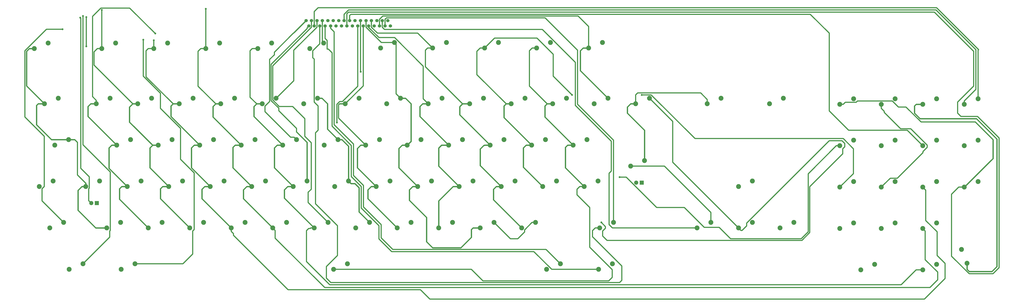
<source format=gbr>
G04 #@! TF.GenerationSoftware,KiCad,Pcbnew,(5.1.0-0)*
G04 #@! TF.CreationDate,2019-03-21T13:00:10+11:00*
G04 #@! TF.ProjectId,A1200KB,41313230-304b-4422-9e6b-696361645f70,rev?*
G04 #@! TF.SameCoordinates,Original*
G04 #@! TF.FileFunction,Copper,L2,Bot*
G04 #@! TF.FilePolarity,Positive*
%FSLAX46Y46*%
G04 Gerber Fmt 4.6, Leading zero omitted, Abs format (unit mm)*
G04 Created by KiCad (PCBNEW (5.1.0-0)) date 2019-03-21 13:00:10*
%MOMM*%
%LPD*%
G04 APERTURE LIST*
%ADD10C,2.250000*%
%ADD11C,1.524000*%
%ADD12C,1.905000*%
%ADD13R,1.905000X1.905000*%
%ADD14C,0.900000*%
%ADD15C,0.500000*%
%ADD16C,0.600000*%
G04 APERTURE END LIST*
D10*
X364758000Y-59944000D03*
X371108000Y-57404000D03*
X403366000Y-76722000D03*
X397016000Y-79262000D03*
X268746000Y-133618000D03*
X262396000Y-136158000D03*
X422416000Y-114822000D03*
X416066000Y-117362000D03*
X150890000Y-59958000D03*
X157240000Y-57418000D03*
D11*
X151952000Y-21624000D03*
X153202000Y-24124000D03*
X154452000Y-21624000D03*
X155702000Y-24124000D03*
X156952000Y-21624000D03*
X158202000Y-24124000D03*
X159452000Y-21624000D03*
X160702000Y-24124000D03*
X161952000Y-21624000D03*
X163202000Y-24124000D03*
X164452000Y-21624000D03*
X165702000Y-24124000D03*
X166952000Y-21624000D03*
X168202000Y-24124000D03*
X169452000Y-21624000D03*
X170702000Y-24124000D03*
X171952000Y-21624000D03*
X173202000Y-24124000D03*
X174452000Y-21624000D03*
X175702000Y-24124000D03*
X176952000Y-21624000D03*
X178202000Y-24124000D03*
X179452000Y-21624000D03*
X180702000Y-24124000D03*
X181952000Y-21624000D03*
X183202000Y-24124000D03*
X184452000Y-21624000D03*
X185702000Y-24124000D03*
X186952000Y-21624000D03*
X188202000Y-24124000D03*
X189452000Y-21624000D03*
X190702000Y-24124000D03*
D10*
X27192000Y-34558000D03*
X33542000Y-32018000D03*
X58180000Y-34558000D03*
X64530000Y-32018000D03*
X82056000Y-34530000D03*
X88406000Y-31990000D03*
X112282000Y-32018000D03*
X105932000Y-34558000D03*
X129808000Y-34530000D03*
X136158000Y-31990000D03*
X160034000Y-31990000D03*
X153684000Y-34530000D03*
X186196000Y-34304000D03*
X192546000Y-31764000D03*
X216422000Y-31764000D03*
X210072000Y-34304000D03*
X233948000Y-34304000D03*
X240298000Y-31764000D03*
X264174000Y-31764000D03*
X257824000Y-34304000D03*
X281700000Y-34304000D03*
X288050000Y-31764000D03*
X38212000Y-57418000D03*
X31862000Y-59958000D03*
X55640000Y-59958000D03*
X61990000Y-57418000D03*
X81040000Y-57418000D03*
X74690000Y-59958000D03*
X93740000Y-59958000D03*
X100090000Y-57418000D03*
X112790000Y-59958000D03*
X119140000Y-57418000D03*
X138190000Y-57418000D03*
X131840000Y-59958000D03*
X176290000Y-57418000D03*
X169940000Y-59958000D03*
X188990000Y-59958000D03*
X195340000Y-57418000D03*
X214390000Y-57418000D03*
X208040000Y-59958000D03*
X227090000Y-59958000D03*
X233440000Y-57418000D03*
X252490000Y-57418000D03*
X246140000Y-59958000D03*
X265190000Y-59958000D03*
X271540000Y-57418000D03*
X290590000Y-57418000D03*
X284240000Y-59958000D03*
X303290000Y-59958000D03*
X309640000Y-57418000D03*
X336162000Y-59944000D03*
X342512000Y-57404000D03*
X397016000Y-60212000D03*
X403366000Y-57672000D03*
X422416000Y-57672000D03*
X416066000Y-60212000D03*
X435116000Y-60212000D03*
X441466000Y-57672000D03*
X460516000Y-57672000D03*
X454166000Y-60212000D03*
X36590000Y-79008000D03*
X42940000Y-76468000D03*
X71388000Y-76468000D03*
X65038000Y-79008000D03*
X84088000Y-79008000D03*
X90438000Y-76468000D03*
X109488000Y-76468000D03*
X103138000Y-79008000D03*
X128538000Y-76468000D03*
X122188000Y-79008000D03*
X141238000Y-79008000D03*
X147588000Y-76468000D03*
X166638000Y-76468000D03*
X160288000Y-79008000D03*
X179338000Y-79008000D03*
X185688000Y-76468000D03*
X204738000Y-76468000D03*
X198388000Y-79008000D03*
X217438000Y-79008000D03*
X223788000Y-76468000D03*
X242838000Y-76468000D03*
X236488000Y-79008000D03*
X255538000Y-79008000D03*
X261888000Y-76468000D03*
X280938000Y-76468000D03*
X274588000Y-79008000D03*
X307354000Y-86120000D03*
X301004000Y-88660000D03*
D12*
X303544000Y-96280000D03*
D13*
X306084000Y-96280000D03*
D10*
X422416000Y-76722000D03*
X416066000Y-79262000D03*
X441466000Y-76722000D03*
X435116000Y-79262000D03*
X460516000Y-76722000D03*
X454166000Y-79262000D03*
X35828000Y-95518000D03*
X29478000Y-98058000D03*
X57164000Y-95518000D03*
X50814000Y-98058000D03*
D12*
X53354000Y-105678000D03*
D13*
X55894000Y-105678000D03*
D10*
X76214000Y-95518000D03*
X69864000Y-98058000D03*
X88914000Y-98058000D03*
X95264000Y-95518000D03*
X107964000Y-98058000D03*
X114314000Y-95518000D03*
X133364000Y-95518000D03*
X127014000Y-98058000D03*
X146064000Y-98058000D03*
X152414000Y-95518000D03*
X171464000Y-95518000D03*
X165114000Y-98058000D03*
X184164000Y-98058000D03*
X190514000Y-95518000D03*
X209564000Y-95518000D03*
X203214000Y-98058000D03*
X222264000Y-98058000D03*
X228614000Y-95518000D03*
X247918000Y-95518000D03*
X241568000Y-98058000D03*
X260618000Y-98058000D03*
X266968000Y-95518000D03*
X279668000Y-98058000D03*
X286018000Y-95518000D03*
X350534000Y-98058000D03*
X356884000Y-95518000D03*
X397016000Y-98312000D03*
X403366000Y-95772000D03*
X416066000Y-98312000D03*
X422416000Y-95772000D03*
X435116000Y-98312000D03*
X441466000Y-95772000D03*
X460516000Y-95772000D03*
X454166000Y-98312000D03*
X34304000Y-117108000D03*
X40654000Y-114568000D03*
X66816000Y-114568000D03*
X60466000Y-117108000D03*
X79516000Y-117108000D03*
X85866000Y-114568000D03*
X98566000Y-117108000D03*
X104916000Y-114568000D03*
X123966000Y-114568000D03*
X117616000Y-117108000D03*
X136666000Y-117108000D03*
X143016000Y-114568000D03*
X162066000Y-114568000D03*
X155716000Y-117108000D03*
X174766000Y-117108000D03*
X181116000Y-114568000D03*
X200166000Y-114568000D03*
X193816000Y-117108000D03*
X238266000Y-114568000D03*
X231916000Y-117108000D03*
X212866000Y-117108000D03*
X219216000Y-114568000D03*
X250966000Y-117108000D03*
X257316000Y-114568000D03*
X286780000Y-117108000D03*
X293130000Y-114568000D03*
X337834000Y-114568000D03*
X331484000Y-117108000D03*
X356884000Y-114568000D03*
X350534000Y-117108000D03*
X369584000Y-117108000D03*
X375934000Y-114568000D03*
X403366000Y-114822000D03*
X397016000Y-117362000D03*
X441466000Y-114822000D03*
X435116000Y-117362000D03*
X452896000Y-127014000D03*
X455436000Y-133364000D03*
X49544000Y-133618000D03*
X43194000Y-136158000D03*
X67070000Y-136158000D03*
X73420000Y-133618000D03*
X164606000Y-136158000D03*
X170956000Y-133618000D03*
X286272000Y-136158000D03*
X292622000Y-133618000D03*
X406668000Y-136412000D03*
X413018000Y-133872000D03*
X435116000Y-136412000D03*
X441466000Y-133872000D03*
D14*
X58166000Y-16764000D03*
X82042000Y-30734000D03*
X105918000Y-16256000D03*
X166116000Y-68580000D03*
X177038000Y-45212000D03*
X295910000Y-93726000D03*
X274066000Y-55880000D03*
X306107001Y-55842999D03*
X82677000Y-27559000D03*
X51054000Y-33528000D03*
X51054000Y-20066000D03*
X287528000Y-114554000D03*
X40132000Y-25654000D03*
X49530000Y-19558000D03*
X77216000Y-30480000D03*
X48260000Y-20320000D03*
D15*
X159452000Y-31408000D02*
X160034000Y-31990000D01*
X159452000Y-21624000D02*
X159452000Y-31408000D01*
D16*
X60466000Y-117108000D02*
X55386000Y-117108000D01*
X55386000Y-117108000D02*
X47244000Y-108966000D01*
X47244000Y-108966000D02*
X47244000Y-99822000D01*
X49008000Y-98058000D02*
X50814000Y-98058000D01*
X47244000Y-99822000D02*
X49008000Y-98058000D01*
X45720000Y-76454000D02*
X45706000Y-76468000D01*
X45706000Y-76468000D02*
X42940000Y-76468000D01*
X50814000Y-96467010D02*
X48260000Y-93913010D01*
X50814000Y-98058000D02*
X50814000Y-96467010D01*
X42940000Y-76468000D02*
X35066000Y-76468000D01*
X35066000Y-76468000D02*
X28194000Y-69596000D01*
X28194000Y-69596000D02*
X28194000Y-60706000D01*
X28942000Y-59958000D02*
X31862000Y-59958000D01*
X28194000Y-60706000D02*
X28942000Y-59958000D01*
X25601010Y-34558000D02*
X25587010Y-34544000D01*
X27192000Y-34558000D02*
X25601010Y-34558000D01*
X25587010Y-34544000D02*
X24892000Y-34544000D01*
X24892000Y-34544000D02*
X23622000Y-35814000D01*
X23622000Y-51718000D02*
X31862000Y-59958000D01*
X23622000Y-35814000D02*
X23622000Y-51718000D01*
D15*
X454166000Y-58621010D02*
X459486000Y-53301010D01*
X454166000Y-60212000D02*
X454166000Y-58621010D01*
X459486000Y-53301010D02*
X459486000Y-35052000D01*
X459486000Y-35052000D02*
X441198000Y-16764000D01*
X441198000Y-16764000D02*
X171450000Y-16764000D01*
X169452000Y-18762000D02*
X169452000Y-21624000D01*
X171450000Y-16764000D02*
X169452000Y-18762000D01*
X45706000Y-76468000D02*
X45734000Y-76468000D01*
X45734000Y-76468000D02*
X46990000Y-77724000D01*
X46990000Y-92643010D02*
X48260000Y-93913010D01*
X46990000Y-77724000D02*
X46990000Y-92643010D01*
D16*
X88914000Y-98058000D02*
X86092000Y-98058000D01*
X86092000Y-98058000D02*
X85090000Y-99060000D01*
X85090000Y-103632000D02*
X98566000Y-117108000D01*
X85090000Y-99060000D02*
X85090000Y-103632000D01*
X84088000Y-79008000D02*
X81520000Y-79008000D01*
X81520000Y-79008000D02*
X80264000Y-80264000D01*
X80264000Y-89408000D02*
X88914000Y-98058000D01*
X80264000Y-80264000D02*
X80264000Y-89408000D01*
X72044999Y-69532999D02*
X81520000Y-79008000D01*
X74690000Y-59958000D02*
X72376000Y-59958000D01*
X72376000Y-59958000D02*
X70866000Y-61468000D01*
X70866000Y-68354000D02*
X72044999Y-69532999D01*
X70866000Y-61468000D02*
X70866000Y-68354000D01*
D15*
X72376000Y-59958000D02*
X72376000Y-59930000D01*
X72376000Y-59930000D02*
X54610000Y-42164000D01*
X54610000Y-42164000D02*
X54610000Y-36068000D01*
X56120000Y-34558000D02*
X58180000Y-34558000D01*
X54610000Y-36068000D02*
X56120000Y-34558000D01*
X392176000Y-63246000D02*
X401066000Y-72136000D01*
X427990000Y-72136000D02*
X435116000Y-79262000D01*
X401066000Y-72136000D02*
X427990000Y-72136000D01*
X392176000Y-27432000D02*
X392176000Y-63246000D01*
X383493990Y-18749990D02*
X392176000Y-27432000D01*
X172512010Y-18749990D02*
X383493990Y-18749990D01*
X171952000Y-21624000D02*
X171952000Y-20546370D01*
X171958000Y-19304000D02*
X172512010Y-18749990D01*
X171958000Y-20540370D02*
X171958000Y-19304000D01*
X171952000Y-20546370D02*
X171958000Y-20540370D01*
X58166000Y-34544000D02*
X58180000Y-34558000D01*
X58166000Y-16764000D02*
X58166000Y-34544000D01*
D16*
X93740000Y-59958000D02*
X90918000Y-59958000D01*
X90918000Y-59958000D02*
X89916000Y-60960000D01*
X89916000Y-65786000D02*
X103138000Y-79008000D01*
X89916000Y-60960000D02*
X89916000Y-65786000D01*
X101547010Y-79008000D02*
X101533010Y-78994000D01*
X103138000Y-79008000D02*
X101547010Y-79008000D01*
X101533010Y-78994000D02*
X100584000Y-78994000D01*
X100584000Y-78994000D02*
X99314000Y-80264000D01*
X99314000Y-89408000D02*
X107964000Y-98058000D01*
X99314000Y-80264000D02*
X99314000Y-89408000D01*
X107964000Y-98058000D02*
X105396000Y-98058000D01*
X105396000Y-98058000D02*
X104140000Y-99314000D01*
X104140000Y-103632000D02*
X117616000Y-117108000D01*
X104140000Y-99314000D02*
X104140000Y-103632000D01*
D15*
X82056000Y-34530000D02*
X79516000Y-34530000D01*
X79516000Y-34530000D02*
X78486000Y-35560000D01*
X78486000Y-47526000D02*
X90918000Y-59958000D01*
X78486000Y-35560000D02*
X78486000Y-47526000D01*
X436482099Y-99678099D02*
X436240999Y-99436999D01*
X436482099Y-113648099D02*
X436482099Y-99678099D01*
X208788000Y-149860000D02*
X435864000Y-149860000D01*
X445331001Y-133419001D02*
X441706000Y-129794000D01*
X435864000Y-149860000D02*
X445331001Y-140392999D01*
X204470000Y-145542000D02*
X208788000Y-149860000D01*
X118618000Y-119700990D02*
X118618000Y-120456974D01*
X143703026Y-145542000D02*
X204470000Y-145542000D01*
X441706000Y-129794000D02*
X441706000Y-118872000D01*
X118618000Y-120456974D02*
X143703026Y-145542000D01*
X436240999Y-99436999D02*
X435116000Y-98312000D01*
X117616000Y-118698990D02*
X118618000Y-119700990D01*
X441706000Y-118872000D02*
X436482099Y-113648099D01*
X445331001Y-140392999D02*
X445331001Y-133419001D01*
X117616000Y-117108000D02*
X117616000Y-118698990D01*
X82042000Y-34516000D02*
X82056000Y-34530000D01*
X82042000Y-30734000D02*
X82042000Y-34516000D01*
D16*
X112790000Y-59958000D02*
X110476000Y-59958000D01*
X110476000Y-59958000D02*
X109220000Y-61214000D01*
X109220000Y-66040000D02*
X122188000Y-79008000D01*
X109220000Y-61214000D02*
X109220000Y-66040000D01*
X122188000Y-79008000D02*
X119366000Y-79008000D01*
X119366000Y-79008000D02*
X118364000Y-80010000D01*
X118364000Y-89408000D02*
X127014000Y-98058000D01*
X118364000Y-80010000D02*
X118364000Y-89408000D01*
X127014000Y-98058000D02*
X124700000Y-98058000D01*
X124700000Y-98058000D02*
X123190000Y-99568000D01*
X123190000Y-103632000D02*
X136666000Y-117108000D01*
X123190000Y-99568000D02*
X123190000Y-103632000D01*
D15*
X102362000Y-51844000D02*
X110476000Y-59958000D01*
X102362000Y-35814000D02*
X102362000Y-51844000D01*
X103618000Y-34558000D02*
X102362000Y-35814000D01*
X105932000Y-34558000D02*
X103618000Y-34558000D01*
X137790999Y-118232999D02*
X136666000Y-117108000D01*
X137790999Y-121788999D02*
X137790999Y-118232999D01*
X160528000Y-144526000D02*
X137790999Y-121788999D01*
X160544901Y-144509099D02*
X160528000Y-144526000D01*
X441960000Y-140970000D02*
X438420901Y-144509099D01*
X438420901Y-144509099D02*
X160544901Y-144509099D01*
X435116000Y-117362000D02*
X436240999Y-118486999D01*
X441960000Y-137414000D02*
X441960000Y-140970000D01*
X436240999Y-131694999D02*
X441960000Y-137414000D01*
X436240999Y-118486999D02*
X436240999Y-131694999D01*
X105918000Y-34544000D02*
X105932000Y-34558000D01*
X105918000Y-16256000D02*
X105918000Y-34544000D01*
D16*
X131840000Y-59958000D02*
X129272000Y-59958000D01*
X129272000Y-59958000D02*
X128016000Y-61214000D01*
X128016000Y-65786000D02*
X141238000Y-79008000D01*
X128016000Y-61214000D02*
X128016000Y-65786000D01*
X141238000Y-79008000D02*
X138670000Y-79008000D01*
X138670000Y-79008000D02*
X137414000Y-80264000D01*
X137414000Y-89408000D02*
X146064000Y-98058000D01*
X137414000Y-80264000D02*
X137414000Y-89408000D01*
X146064000Y-98058000D02*
X143496000Y-98058000D01*
X143496000Y-98058000D02*
X141986000Y-99568000D01*
X141986000Y-103378000D02*
X155716000Y-117108000D01*
X141986000Y-99568000D02*
X141986000Y-103378000D01*
D15*
X129808000Y-34530000D02*
X127268000Y-34530000D01*
X127268000Y-34530000D02*
X126238000Y-35560000D01*
X126238000Y-56924000D02*
X129272000Y-59958000D01*
X126238000Y-35560000D02*
X126238000Y-56924000D01*
X154125010Y-117108000D02*
X153885010Y-117348000D01*
X155716000Y-117108000D02*
X154125010Y-117108000D01*
X153885010Y-117348000D02*
X153162000Y-117348000D01*
X153162000Y-117348000D02*
X152146000Y-118364000D01*
X152146000Y-118364000D02*
X152146000Y-132588000D01*
X152146000Y-132588000D02*
X162814000Y-143256000D01*
X162814000Y-143256000D02*
X425196000Y-143256000D01*
X432040000Y-136412000D02*
X435116000Y-136412000D01*
X425196000Y-143256000D02*
X432040000Y-136412000D01*
X175702000Y-51864998D02*
X168638998Y-58928000D01*
X175702000Y-24124000D02*
X175702000Y-51864998D01*
X167341326Y-58928000D02*
X166116000Y-60153326D01*
X168638998Y-58928000D02*
X167341326Y-58928000D01*
X166116000Y-60153326D02*
X166116000Y-68580000D01*
X166116000Y-68580000D02*
X166116000Y-68580000D01*
D16*
X157240000Y-57418000D02*
X159272000Y-57418000D01*
X159272000Y-57418000D02*
X161798000Y-59944000D01*
X161798000Y-71628000D02*
X166638000Y-76468000D01*
X161798000Y-59944000D02*
X161798000Y-71628000D01*
X166638000Y-76468000D02*
X168416000Y-76468000D01*
X171464000Y-79516000D02*
X171464000Y-95518000D01*
X168416000Y-76468000D02*
X171464000Y-79516000D01*
X172588999Y-96642999D02*
X174366999Y-96642999D01*
X171464000Y-95518000D02*
X172588999Y-96642999D01*
X174366999Y-96642999D02*
X176276000Y-98552000D01*
X176276000Y-109728000D02*
X181116000Y-114568000D01*
X176276000Y-98552000D02*
X176276000Y-109728000D01*
D15*
X176952000Y-45126000D02*
X177038000Y-45212000D01*
X176952000Y-21624000D02*
X176952000Y-45126000D01*
D16*
X195340000Y-57418000D02*
X197626000Y-57418000D01*
X197626000Y-57418000D02*
X200152000Y-59944000D01*
X200152000Y-77244000D02*
X198388000Y-79008000D01*
X200152000Y-59944000D02*
X200152000Y-77244000D01*
X198388000Y-79008000D02*
X196074000Y-79008000D01*
X196074000Y-79008000D02*
X194564000Y-80518000D01*
X194564000Y-89408000D02*
X203214000Y-98058000D01*
X194564000Y-80518000D02*
X194564000Y-89408000D01*
X201623010Y-98058000D02*
X201609010Y-98044000D01*
X203214000Y-98058000D02*
X201623010Y-98058000D01*
X201609010Y-98044000D02*
X200914000Y-98044000D01*
X200914000Y-98044000D02*
X199390000Y-99568000D01*
X199390000Y-99568000D02*
X199390000Y-104394000D01*
X199390000Y-104394000D02*
X207264000Y-112268000D01*
X207264000Y-112268000D02*
X207264000Y-123444000D01*
X207264000Y-123444000D02*
X210058000Y-126238000D01*
X210058000Y-126238000D02*
X223012000Y-126238000D01*
X223012000Y-126238000D02*
X227838000Y-121412000D01*
X227838000Y-121412000D02*
X227838000Y-117856000D01*
X228586000Y-117108000D02*
X231916000Y-117108000D01*
X227838000Y-117856000D02*
X228586000Y-117108000D01*
D15*
X193294000Y-55372000D02*
X195340000Y-57418000D01*
X193294000Y-32512000D02*
X193294000Y-55372000D01*
X192546000Y-31764000D02*
X193294000Y-32512000D01*
X190955010Y-31764000D02*
X192546000Y-31764000D01*
X186548238Y-31764000D02*
X190955010Y-31764000D01*
X179452000Y-24667762D02*
X186548238Y-31764000D01*
X179452000Y-21624000D02*
X179452000Y-24667762D01*
D16*
X227090000Y-59958000D02*
X223788000Y-59958000D01*
X223788000Y-59958000D02*
X222504000Y-61242000D01*
X222504000Y-65024000D02*
X236488000Y-79008000D01*
X222504000Y-61242000D02*
X222504000Y-65024000D01*
X231902000Y-80772000D02*
X231902000Y-88392000D01*
X233588999Y-79085001D02*
X231902000Y-80772000D01*
X233842999Y-79085001D02*
X233588999Y-79085001D01*
X234897010Y-79008000D02*
X234883010Y-78994000D01*
X233934000Y-78994000D02*
X233842999Y-79085001D01*
X231902000Y-88392000D02*
X241568000Y-98058000D01*
X234883010Y-78994000D02*
X233934000Y-78994000D01*
X236488000Y-79008000D02*
X234897010Y-79008000D01*
X241568000Y-98058000D02*
X239254000Y-98058000D01*
X239254000Y-98058000D02*
X237998000Y-99314000D01*
X237998000Y-104140000D02*
X250966000Y-117108000D01*
X237998000Y-99314000D02*
X237998000Y-104140000D01*
D15*
X210072000Y-34304000D02*
X207758000Y-34304000D01*
X207758000Y-34304000D02*
X206756000Y-35306000D01*
X206756000Y-42926000D02*
X223788000Y-59958000D01*
X206756000Y-35306000D02*
X206756000Y-42926000D01*
X181952000Y-24667762D02*
X184716238Y-27432000D01*
X181952000Y-21624000D02*
X181952000Y-24667762D01*
X203200000Y-27432000D02*
X210072000Y-34304000D01*
X184716238Y-27432000D02*
X203200000Y-27432000D01*
X395425010Y-79262000D02*
X382524000Y-92163010D01*
X397016000Y-79262000D02*
X395425010Y-79262000D01*
X382524000Y-92163010D02*
X382524000Y-117856000D01*
X382524000Y-117856000D02*
X382524000Y-118872000D01*
X379304099Y-122091901D02*
X346881901Y-122091901D01*
X382524000Y-118872000D02*
X379304099Y-122091901D01*
X346881901Y-122091901D02*
X341630000Y-116840000D01*
X341630000Y-116840000D02*
X334772000Y-116840000D01*
X334772000Y-116840000D02*
X325628000Y-107696000D01*
X312884298Y-107696000D02*
X298914298Y-93726000D01*
X325628000Y-107696000D02*
X312884298Y-107696000D01*
X298914298Y-93726000D02*
X295910000Y-93726000D01*
X295910000Y-93726000D02*
X295910000Y-93726000D01*
D16*
X246140000Y-59958000D02*
X243826000Y-59958000D01*
X243826000Y-59958000D02*
X242824000Y-60960000D01*
X242824000Y-66294000D02*
X255538000Y-79008000D01*
X242824000Y-60960000D02*
X242824000Y-66294000D01*
X251714000Y-89154000D02*
X260618000Y-98058000D01*
X252984000Y-78994000D02*
X251714000Y-80264000D01*
X251714000Y-80264000D02*
X251714000Y-89154000D01*
X253933010Y-78994000D02*
X252984000Y-78994000D01*
X253947010Y-79008000D02*
X253933010Y-78994000D01*
X255538000Y-79008000D02*
X253947010Y-79008000D01*
D15*
X232357010Y-34304000D02*
X232343010Y-34290000D01*
X233948000Y-34304000D02*
X232357010Y-34304000D01*
X232343010Y-34290000D02*
X231902000Y-34290000D01*
X231902000Y-34290000D02*
X230378000Y-35814000D01*
X230378000Y-46510000D02*
X243826000Y-59958000D01*
X230378000Y-35814000D02*
X230378000Y-46510000D01*
X233948000Y-34304000D02*
X238534000Y-29718000D01*
X265388999Y-37138025D02*
X265388999Y-47202999D01*
X257968974Y-29718000D02*
X265388999Y-37138025D01*
X238534000Y-29718000D02*
X257968974Y-29718000D01*
X265388999Y-47202999D02*
X274066000Y-55880000D01*
X274066000Y-55880000D02*
X274066000Y-55880000D01*
X308826999Y-55842999D02*
X306107001Y-55842999D01*
X308826999Y-55842999D02*
X308393001Y-55842999D01*
X306107001Y-55842999D02*
X306107001Y-55842999D01*
X403269901Y-80628927D02*
X403269901Y-92058099D01*
X398586974Y-75946000D02*
X403269901Y-80628927D01*
X403269901Y-92058099D02*
X397016000Y-98312000D01*
X330499002Y-75946000D02*
X398586974Y-75946000D01*
X310396001Y-55842999D02*
X330499002Y-75946000D01*
X308826999Y-55842999D02*
X310396001Y-55842999D01*
D16*
X263599010Y-59958000D02*
X263585010Y-59944000D01*
X265190000Y-59958000D02*
X263599010Y-59958000D01*
X263585010Y-59944000D02*
X262636000Y-59944000D01*
X262636000Y-59944000D02*
X261620000Y-60960000D01*
X261620000Y-66040000D02*
X274588000Y-79008000D01*
X261620000Y-60960000D02*
X261620000Y-66040000D01*
X272997010Y-79008000D02*
X272983010Y-78994000D01*
X274588000Y-79008000D02*
X272997010Y-79008000D01*
X272983010Y-78994000D02*
X272034000Y-78994000D01*
X272034000Y-78994000D02*
X271018000Y-80010000D01*
X271018000Y-89408000D02*
X279668000Y-98058000D01*
X271018000Y-80010000D02*
X271018000Y-89408000D01*
D15*
X254508000Y-51816000D02*
X262636000Y-59944000D01*
X256219010Y-34290000D02*
X255778000Y-34290000D01*
X256233010Y-34304000D02*
X256219010Y-34290000D01*
X254508000Y-35560000D02*
X254508000Y-51816000D01*
X255778000Y-34290000D02*
X254508000Y-35560000D01*
X257824000Y-34304000D02*
X256233010Y-34304000D01*
X233172000Y-141478000D02*
X290918974Y-141478000D01*
X282194000Y-107696000D02*
X276352000Y-101854000D01*
X277608000Y-98058000D02*
X279668000Y-98058000D01*
X276352000Y-101854000D02*
X276352000Y-99314000D01*
X282194000Y-125984000D02*
X282194000Y-107696000D01*
X276352000Y-99314000D02*
X277608000Y-98058000D01*
X292525901Y-136315901D02*
X282194000Y-125984000D01*
X290918974Y-141478000D02*
X292525901Y-139871073D01*
X227838000Y-136144000D02*
X233172000Y-141478000D01*
X227824000Y-136158000D02*
X227838000Y-136144000D01*
X292525901Y-139871073D02*
X292525901Y-136315901D01*
X164606000Y-136158000D02*
X227824000Y-136158000D01*
D16*
X303290000Y-59958000D02*
X300976000Y-59958000D01*
X300976000Y-59958000D02*
X299466000Y-61468000D01*
X299466000Y-61468000D02*
X299466000Y-64262000D01*
X307354000Y-72150000D02*
X307354000Y-86120000D01*
X299466000Y-64262000D02*
X307354000Y-72150000D01*
X280109010Y-34304000D02*
X280095010Y-34290000D01*
X281700000Y-34304000D02*
X280109010Y-34304000D01*
X280095010Y-34290000D02*
X279146000Y-34290000D01*
X279146000Y-34290000D02*
X277876000Y-35560000D01*
X277876000Y-44704000D02*
X290590000Y-57418000D01*
X277876000Y-35560000D02*
X277876000Y-44704000D01*
D15*
X185702000Y-21054000D02*
X185702000Y-24124000D01*
X187198000Y-19558000D02*
X185702000Y-21054000D01*
X281686000Y-24384000D02*
X276860000Y-19558000D01*
X276860000Y-19558000D02*
X187198000Y-19558000D01*
X281686000Y-32699010D02*
X281686000Y-24384000D01*
X281700000Y-32713010D02*
X281686000Y-32699010D01*
X281700000Y-34304000D02*
X281700000Y-32713010D01*
X336162000Y-57935996D02*
X336162000Y-59944000D01*
X333169002Y-54942998D02*
X336162000Y-57935996D01*
X304213002Y-54942998D02*
X333169002Y-54942998D01*
X303276000Y-55880000D02*
X304213002Y-54942998D01*
X303276000Y-57313998D02*
X303276000Y-55880000D01*
X303290000Y-57327998D02*
X303276000Y-57313998D01*
X303290000Y-59958000D02*
X303290000Y-57327998D01*
X186952000Y-24667762D02*
X187960000Y-25675762D01*
X186952000Y-21624000D02*
X186952000Y-24667762D01*
X260416764Y-25675762D02*
X275590000Y-40848998D01*
X187960000Y-25675762D02*
X260416764Y-25675762D01*
X275590000Y-40848998D02*
X275590000Y-60706000D01*
X275590000Y-60706000D02*
X292100000Y-77216000D01*
X292100000Y-90932000D02*
X291084000Y-91948000D01*
X291084000Y-91948000D02*
X291084000Y-115570000D01*
X292100000Y-77216000D02*
X292100000Y-90932000D01*
X292622000Y-117108000D02*
X331484000Y-117108000D01*
X291084000Y-115570000D02*
X292622000Y-117108000D01*
X293130000Y-78500000D02*
X293130000Y-114568000D01*
X293130000Y-76676998D02*
X293130000Y-78500000D01*
X276606000Y-60152998D02*
X293130000Y-76676998D01*
X276606000Y-35306000D02*
X276606000Y-60152998D01*
X261711999Y-20411999D02*
X276606000Y-35306000D01*
X188884001Y-20411999D02*
X261711999Y-20411999D01*
X188202000Y-21094000D02*
X188884001Y-20411999D01*
X188202000Y-24124000D02*
X188202000Y-21094000D01*
X158202000Y-24124000D02*
X158202000Y-24678000D01*
X155050099Y-38718099D02*
X155050099Y-35494903D01*
X156279001Y-73336999D02*
X157480000Y-72136000D01*
X158202000Y-32343002D02*
X158202000Y-25201630D01*
X156279001Y-105987001D02*
X156279001Y-73336999D01*
X295910000Y-142240000D02*
X163322000Y-142240000D01*
X155050099Y-35494903D02*
X158202000Y-32343002D01*
X161290000Y-134874000D02*
X166370000Y-129794000D01*
X155664999Y-59144999D02*
X155664999Y-39332999D01*
X296926000Y-141224000D02*
X295910000Y-142240000D01*
X157480000Y-60960000D02*
X155664999Y-59144999D01*
X163322000Y-142240000D02*
X161290000Y-140208000D01*
X283464000Y-121158000D02*
X296926000Y-134620000D01*
X296926000Y-134620000D02*
X296926000Y-141224000D01*
X155664999Y-39332999D02*
X155050099Y-38718099D01*
X166370000Y-116078000D02*
X156279001Y-105987001D01*
X166370000Y-129794000D02*
X166370000Y-116078000D01*
X157480000Y-72136000D02*
X157480000Y-60960000D01*
X286780000Y-117108000D02*
X284720000Y-117108000D01*
X283464000Y-118364000D02*
X283464000Y-121158000D01*
X161290000Y-140208000D02*
X161290000Y-134874000D01*
X158202000Y-25201630D02*
X158202000Y-24124000D01*
X284720000Y-117108000D02*
X283464000Y-118364000D01*
X156952000Y-24667762D02*
X146304000Y-35315762D01*
X156952000Y-21624000D02*
X156952000Y-24667762D01*
X146304000Y-49304000D02*
X138176000Y-57432000D01*
X146304000Y-35315762D02*
X146304000Y-49304000D01*
D16*
X467360000Y-85118000D02*
X454166000Y-98312000D01*
X467360000Y-76454000D02*
X467360000Y-85118000D01*
X459232000Y-68326000D02*
X467360000Y-76454000D01*
X55640000Y-59958000D02*
X53072000Y-59958000D01*
X53072000Y-59958000D02*
X51816000Y-61214000D01*
X51816000Y-65786000D02*
X65038000Y-79008000D01*
X51816000Y-61214000D02*
X51816000Y-65786000D01*
X61468000Y-89662000D02*
X69864000Y-98058000D01*
X63433010Y-78994000D02*
X62738000Y-78994000D01*
X62738000Y-78994000D02*
X61468000Y-80264000D01*
X63447010Y-79008000D02*
X63433010Y-78994000D01*
X61468000Y-80264000D02*
X61468000Y-89662000D01*
X65038000Y-79008000D02*
X63447010Y-79008000D01*
X68273010Y-98058000D02*
X68259010Y-98044000D01*
X69864000Y-98058000D02*
X68273010Y-98058000D01*
X68259010Y-98044000D02*
X67310000Y-98044000D01*
X67310000Y-98044000D02*
X66294000Y-99060000D01*
X66294000Y-103886000D02*
X79516000Y-117108000D01*
X66294000Y-99060000D02*
X66294000Y-103886000D01*
D15*
X451598000Y-98312000D02*
X454166000Y-98312000D01*
X456393326Y-138176000D02*
X448310000Y-130092674D01*
X467360000Y-138176000D02*
X456393326Y-138176000D01*
X470154000Y-135382000D02*
X467360000Y-138176000D01*
X451104000Y-64262000D02*
X452628000Y-65786000D01*
X452628000Y-65786000D02*
X460248000Y-65786000D01*
X451104000Y-59182000D02*
X451104000Y-64262000D01*
X171450000Y-17780000D02*
X440436000Y-17780000D01*
X170702000Y-18528000D02*
X171450000Y-17780000D01*
X460248000Y-65786000D02*
X470154000Y-75692000D01*
X448310000Y-101600000D02*
X451598000Y-98312000D01*
X470154000Y-75692000D02*
X470154000Y-135382000D01*
X458470000Y-35814000D02*
X458470000Y-51816000D01*
X448310000Y-130092674D02*
X448310000Y-101600000D01*
X440436000Y-17780000D02*
X458470000Y-35814000D01*
X458470000Y-51816000D02*
X451104000Y-59182000D01*
X170702000Y-24124000D02*
X170702000Y-18528000D01*
X399571989Y-59247001D02*
X404556999Y-59247001D01*
X398606990Y-60212000D02*
X399571989Y-59247001D01*
X397016000Y-60212000D02*
X398606990Y-60212000D01*
X434295326Y-68326000D02*
X459232000Y-68326000D01*
X427396325Y-61426999D02*
X434295326Y-68326000D01*
X423884999Y-61426999D02*
X427396325Y-61426999D01*
X421094999Y-58636999D02*
X423884999Y-61426999D01*
X405167001Y-58636999D02*
X421094999Y-58636999D01*
X404556999Y-59247001D02*
X405167001Y-58636999D01*
X57733999Y-15863999D02*
X70981999Y-15863999D01*
X53909990Y-56637000D02*
X53909990Y-19688008D01*
X53909990Y-19688008D02*
X57733999Y-15863999D01*
X55640000Y-58367010D02*
X53909990Y-56637000D01*
X55640000Y-59958000D02*
X55640000Y-58367010D01*
X70981999Y-15863999D02*
X82677000Y-27559000D01*
X82677000Y-27559000D02*
X82804000Y-27686000D01*
D16*
X168349010Y-59958000D02*
X168335010Y-59944000D01*
X169940000Y-59958000D02*
X168349010Y-59958000D01*
X168335010Y-59944000D02*
X167386000Y-59944000D01*
X179338000Y-79008000D02*
X177024000Y-79008000D01*
X177024000Y-79008000D02*
X175514000Y-80518000D01*
X175514000Y-89408000D02*
X184164000Y-98058000D01*
X175514000Y-80518000D02*
X175514000Y-89408000D01*
X184164000Y-98058000D02*
X181850000Y-98058000D01*
X181850000Y-98058000D02*
X180340000Y-99568000D01*
X180340000Y-103632000D02*
X193816000Y-117108000D01*
X180340000Y-99568000D02*
X180340000Y-103632000D01*
D15*
X178202000Y-51696000D02*
X169940000Y-59958000D01*
X178202000Y-24124000D02*
X178202000Y-51696000D01*
X417190999Y-97187001D02*
X416066000Y-98312000D01*
X420181001Y-94196999D02*
X417190999Y-97187001D01*
X423412003Y-94196999D02*
X420181001Y-94196999D01*
X435171001Y-82438001D02*
X423412003Y-94196999D01*
X437134000Y-79977026D02*
X435171001Y-81940025D01*
X437134000Y-78948998D02*
X437134000Y-79977026D01*
X429620992Y-71435990D02*
X437134000Y-78948998D01*
X417432099Y-63925073D02*
X424943016Y-71435990D01*
X435171001Y-81940025D02*
X435171001Y-82438001D01*
X417432099Y-63427097D02*
X417432099Y-63925073D01*
X416066000Y-62060998D02*
X417432099Y-63427097D01*
X424943016Y-71435990D02*
X429620992Y-71435990D01*
X416066000Y-60212000D02*
X416066000Y-62060998D01*
X167386000Y-59944000D02*
X166878000Y-60452000D01*
X166878000Y-66548000D02*
X179338000Y-79008000D01*
X166878000Y-60452000D02*
X166878000Y-66548000D01*
X177292000Y-107950000D02*
X177292000Y-98044000D01*
X177292000Y-98044000D02*
X172720000Y-93472000D01*
X161609001Y-34732999D02*
X161609001Y-30799001D01*
X162198001Y-34732999D02*
X161609001Y-34732999D01*
X185420000Y-116078000D02*
X177292000Y-107950000D01*
X256540000Y-127970998D02*
X191216998Y-127970998D01*
X163899001Y-36433999D02*
X162198001Y-34732999D01*
X191216998Y-127970998D02*
X185420000Y-122174000D01*
X160702000Y-29892000D02*
X160702000Y-24124000D01*
X163899001Y-70288999D02*
X163899001Y-36433999D01*
X161609001Y-30799001D02*
X160702000Y-29892000D01*
X172720000Y-79109998D02*
X163899001Y-70288999D01*
X185420000Y-122174000D02*
X185420000Y-116078000D01*
X172720000Y-93472000D02*
X172720000Y-79109998D01*
X264727002Y-136158000D02*
X256540000Y-127970998D01*
X286272000Y-136158000D02*
X264727002Y-136158000D01*
D16*
X151952000Y-21624000D02*
X146144000Y-27432000D01*
D15*
X337834000Y-114568000D02*
X337834000Y-109996000D01*
X316498000Y-88660000D02*
X301004000Y-88660000D01*
X337834000Y-109996000D02*
X316498000Y-88660000D01*
X135214979Y-39537021D02*
X137372999Y-37379001D01*
X135214979Y-58914023D02*
X135214979Y-39537021D01*
X133096000Y-61033002D02*
X135214979Y-58914023D01*
X133096000Y-63560974D02*
X133096000Y-61033002D01*
X137372999Y-36203001D02*
X146144000Y-27432000D01*
X144878027Y-75343001D02*
X133096000Y-63560974D01*
X146463001Y-75343001D02*
X144878027Y-75343001D01*
X137372999Y-37379001D02*
X137372999Y-36203001D01*
X147588000Y-76468000D02*
X146463001Y-75343001D01*
X163202000Y-25201630D02*
X164846000Y-26845630D01*
X163202000Y-24124000D02*
X163202000Y-25201630D01*
X164846000Y-26845630D02*
X164846000Y-69596000D01*
X164846000Y-69596000D02*
X173736000Y-78486000D01*
X173736000Y-78486000D02*
X173736000Y-92964000D01*
X173736000Y-92964000D02*
X178308000Y-97536000D01*
X178308000Y-97536000D02*
X178308000Y-102660674D01*
X178308000Y-102660674D02*
X178308000Y-104394000D01*
X178308000Y-104394000D02*
X178308000Y-107442000D01*
X178308000Y-107442000D02*
X186436000Y-115570000D01*
X186436000Y-115570000D02*
X186436000Y-121666000D01*
X186436000Y-121666000D02*
X191770000Y-127000000D01*
X191770000Y-127000000D02*
X245872000Y-127000000D01*
X262128000Y-127000000D02*
X269240000Y-134112000D01*
X245872000Y-127000000D02*
X262128000Y-127000000D01*
D16*
X152414000Y-77738000D02*
X152414000Y-95518000D01*
X147574000Y-72898000D02*
X152414000Y-77738000D01*
D15*
X152440001Y-25289001D02*
X152440001Y-24885999D01*
X135914989Y-41814013D02*
X152440001Y-25289001D01*
X139404999Y-61953964D02*
X135914989Y-58463954D01*
X135914989Y-58463954D02*
X135914989Y-41814013D01*
X139404999Y-63134001D02*
X139404999Y-61953964D01*
X152440001Y-24885999D02*
X153202000Y-24124000D01*
X147574000Y-71303002D02*
X139404999Y-63134001D01*
X147574000Y-72898000D02*
X147574000Y-71303002D01*
X51054000Y-33528000D02*
X51054000Y-20066000D01*
X51054000Y-20066000D02*
X51054000Y-20066000D01*
X152908000Y-105410000D02*
X162066000Y-114568000D01*
X152908000Y-100682998D02*
X152908000Y-105410000D01*
X154317999Y-99272999D02*
X152908000Y-100682998D01*
X154317999Y-77863999D02*
X154317999Y-99272999D01*
X151384000Y-74930000D02*
X154317999Y-77863999D01*
X154452000Y-21624000D02*
X154452000Y-24667762D01*
X354232025Y-114888973D02*
X392158998Y-76962000D01*
X354232025Y-116143001D02*
X354232025Y-114888973D01*
X352142027Y-118232999D02*
X354232025Y-116143001D01*
X351658999Y-118232999D02*
X352142027Y-118232999D01*
X350534000Y-117108000D02*
X351658999Y-118232999D01*
X392158998Y-76962000D02*
X397047002Y-76962000D01*
X397047002Y-76962000D02*
X398018000Y-76962000D01*
X398382099Y-82975073D02*
X383224010Y-98133162D01*
X398382099Y-80628927D02*
X398382099Y-82975073D01*
X399288000Y-79723026D02*
X398382099Y-80628927D01*
X399288000Y-78232000D02*
X399288000Y-79723026D01*
X383224010Y-98133162D02*
X383224010Y-119187990D01*
X398018000Y-76962000D02*
X399288000Y-78232000D01*
X289416927Y-117204099D02*
X289416927Y-116442927D01*
X288146099Y-118474927D02*
X289416927Y-117204099D01*
X288146099Y-120821073D02*
X288146099Y-118474927D01*
X379620089Y-122791911D02*
X290116937Y-122791911D01*
X290116937Y-122791911D02*
X288146099Y-120821073D01*
X383224010Y-119187990D02*
X379620089Y-122791911D01*
X289416927Y-116442927D02*
X287528000Y-114554000D01*
X252332099Y-117960911D02*
X255725010Y-114568000D01*
X252332099Y-118972903D02*
X252332099Y-117960911D01*
X255725010Y-114568000D02*
X257316000Y-114568000D01*
X249213101Y-122091901D02*
X252332099Y-118972903D01*
X245789901Y-122091901D02*
X249213101Y-122091901D01*
X238266000Y-114568000D02*
X245789901Y-122091901D01*
X287528000Y-114554000D02*
X287528000Y-114554000D01*
X136614999Y-58174001D02*
X139613997Y-61172999D01*
X139613997Y-61172999D02*
X145754999Y-61172999D01*
X136614999Y-42504763D02*
X136614999Y-58174001D01*
X154452000Y-24667762D02*
X136614999Y-42504763D01*
X151384000Y-66802000D02*
X151384000Y-74930000D01*
X145754999Y-61172999D02*
X151384000Y-66802000D01*
X320294000Y-68072000D02*
X309640000Y-57418000D01*
X320294000Y-86868000D02*
X320294000Y-68072000D01*
X350534000Y-117108000D02*
X320294000Y-86868000D01*
X22871991Y-35503335D02*
X32721326Y-25654000D01*
X32721326Y-25654000D02*
X40132000Y-25654000D01*
X22871991Y-66019719D02*
X22871991Y-35503335D01*
X31750000Y-74897728D02*
X22871991Y-66019719D01*
X31750000Y-98044000D02*
X31750000Y-74897728D01*
X30734000Y-104648000D02*
X30734000Y-99060000D01*
X30734000Y-99060000D02*
X31750000Y-98044000D01*
X40654000Y-114568000D02*
X30734000Y-104648000D01*
X155702000Y-24124000D02*
X155702000Y-17526000D01*
X155702000Y-17526000D02*
X157480000Y-15748000D01*
X157480000Y-15748000D02*
X441452000Y-15748000D01*
X441452000Y-15748000D02*
X460756000Y-35052000D01*
X460516000Y-35292000D02*
X460516000Y-57672000D01*
X460756000Y-35052000D02*
X460516000Y-35292000D01*
X62041001Y-91295675D02*
X49530000Y-78784674D01*
X62041001Y-118266025D02*
X62041001Y-91295675D01*
X61832099Y-121329901D02*
X61832099Y-118474927D01*
X61832099Y-118474927D02*
X62041001Y-118266025D01*
X49544000Y-133618000D02*
X61832099Y-121329901D01*
X49530000Y-78784674D02*
X49530000Y-19558000D01*
X49530000Y-19558000D02*
X49530000Y-19558000D01*
X85090000Y-55119962D02*
X77216000Y-47245962D01*
X85090000Y-62020674D02*
X85090000Y-55119962D01*
X77216000Y-47245962D02*
X77216000Y-30480000D01*
X94303001Y-85457675D02*
X94303001Y-71233675D01*
X94303001Y-71233675D02*
X85090000Y-62020674D01*
X99932099Y-129132903D02*
X99932099Y-118474927D01*
X100584000Y-117823026D02*
X100584000Y-91738674D01*
X100584000Y-91738674D02*
X94303001Y-85457675D01*
X95447002Y-133618000D02*
X99932099Y-129132903D01*
X99932099Y-118474927D02*
X100584000Y-117823026D01*
X73420000Y-133618000D02*
X95447002Y-133618000D01*
X52389001Y-93502725D02*
X48514000Y-89627724D01*
X52389001Y-98814001D02*
X52389001Y-93502725D01*
X52180099Y-99022903D02*
X52389001Y-98814001D01*
X52180099Y-104504099D02*
X52180099Y-99022903D01*
X53354000Y-105678000D02*
X52180099Y-104504099D01*
X48514000Y-89627724D02*
X48514000Y-20574000D01*
X48514000Y-20574000D02*
X48260000Y-20320000D01*
X48260000Y-20320000D02*
X48260000Y-20320000D01*
D16*
X432040000Y-60212000D02*
X435116000Y-60212000D01*
X431292000Y-64262000D02*
X431292000Y-60960000D01*
X469138000Y-134874000D02*
X469138000Y-76200000D01*
X433832000Y-66802000D02*
X431292000Y-64262000D01*
X466852000Y-137160000D02*
X469138000Y-134874000D01*
X455422000Y-136144000D02*
X456438000Y-137160000D01*
X459740000Y-66802000D02*
X433832000Y-66802000D01*
X455422000Y-134968990D02*
X455422000Y-136144000D01*
X456438000Y-137160000D02*
X466852000Y-137160000D01*
X455436000Y-134954990D02*
X455422000Y-134968990D01*
X469138000Y-76200000D02*
X459740000Y-66802000D01*
X431292000Y-60960000D02*
X432040000Y-60212000D01*
X455436000Y-133364000D02*
X455436000Y-134954990D01*
X206449010Y-59958000D02*
X206435010Y-59944000D01*
X208040000Y-59958000D02*
X206449010Y-59958000D01*
X206435010Y-59944000D02*
X205486000Y-59944000D01*
X205486000Y-59944000D02*
X204216000Y-61214000D01*
X204216000Y-65786000D02*
X217438000Y-79008000D01*
X204216000Y-61214000D02*
X204216000Y-65786000D01*
X217438000Y-79008000D02*
X214136000Y-79008000D01*
X214136000Y-79008000D02*
X212852000Y-80292000D01*
X212852000Y-88646000D02*
X222264000Y-98058000D01*
X212852000Y-80292000D02*
X212852000Y-88646000D01*
X219456000Y-98044000D02*
X212866000Y-104634000D01*
X220659010Y-98044000D02*
X219456000Y-98044000D01*
X212866000Y-104634000D02*
X212866000Y-117108000D01*
X220673010Y-98058000D02*
X220659010Y-98044000D01*
X222264000Y-98058000D02*
X220673010Y-98058000D01*
D15*
X180702000Y-24124000D02*
X180702000Y-24746000D01*
X180702000Y-24746000D02*
X185420000Y-29464000D01*
X192577002Y-29464000D02*
X205740000Y-42626998D01*
X185420000Y-29464000D02*
X192577002Y-29464000D01*
X205740000Y-57658000D02*
X208040000Y-59958000D01*
X205740000Y-42626998D02*
X205740000Y-57658000D01*
M02*

</source>
